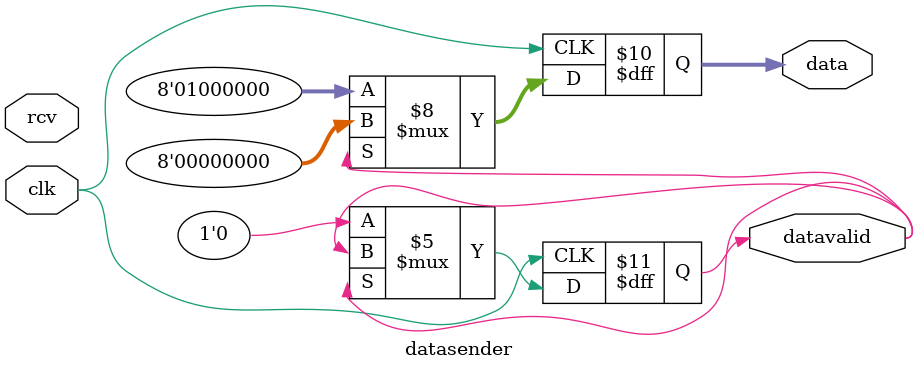
<source format=v>
`timescale 1ns / 1ps
module datasender(
    input rcv,
    input clk,

    output [7:0] data,
	 output datavalid
	 
	 
    );
	wire rcv;
	 wire clk;
	 
	 reg datavalid = 0;
	 reg[7:0] data;
	 
	always @ (posedge clk)
	begin
	data[7:0] = 8'h0;
	if (~datavalid) begin
		data[7:0] = 8'h40;
		datavalid = 1;
		#10;
		datavalid = 0;
		#200000;
		end
	end


endmodule

</source>
